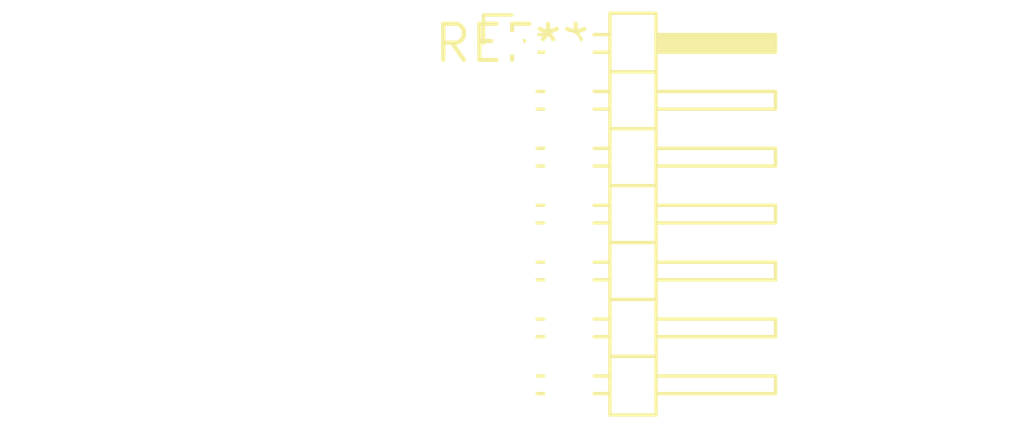
<source format=kicad_pcb>
(kicad_pcb (version 20240108) (generator pcbnew)
  (layers (0 "F.Cu" signal) (31 "B.Cu" signal) (34 "B.Paste" user) (35 "F.Paste" user) (36 "B.SilkS" user "B.Silkscreen") (37 "F.SilkS" user "F.Silkscreen") (38 "B.Mask" user) (39 "F.Mask" user) (44 "Edge.Cuts" user))
  (net 0 "")
  (footprint "PinHeader_2x07_P2.00mm_Horizontal" (layer "F.Cu") (at 0 0)
    (property "Reference" "REF**")
    (property "Value" "PinHeader_2x07_P2.00mm_Horizontal")
    (fp_line (start -1 -1) (end 0 -1) (layer "F.SilkS") (stroke (width 0.12)))
    (fp_line (start -1 0) (end -1 -1) (layer "F.SilkS") (stroke (width 0.12)))
    (fp_line (start 0.882114 1.69) (end 1.117886 1.69) (layer "F.SilkS") (stroke (width 0.12)))
    (fp_line (start 0.882114 2.31) (end 1.117886 2.31) (layer "F.SilkS") (stroke (width 0.12)))
    (fp_line (start 0.882114 3.69) (end 1.117886 3.69) (layer "F.SilkS") (stroke (width 0.12)))
    (fp_line (start 0.882114 4.31) (end 1.117886 4.31) (layer "F.SilkS") (stroke (width 0.12)))
    (fp_line (start 0.882114 5.69) (end 1.117886 5.69) (layer "F.SilkS") (stroke (width 0.12)))
    (fp_line (start 0.882114 6.31) (end 1.117886 6.31) (layer "F.SilkS") (stroke (width 0.12)))
    (fp_line (start 0.882114 7.69) (end 1.117886 7.69) (layer "F.SilkS") (stroke (width 0.12)))
    (fp_line (start 0.882114 8.31) (end 1.117886 8.31) (layer "F.SilkS") (stroke (width 0.12)))
    (fp_line (start 0.882114 9.69) (end 1.117886 9.69) (layer "F.SilkS") (stroke (width 0.12)))
    (fp_line (start 0.882114 10.31) (end 1.117886 10.31) (layer "F.SilkS") (stroke (width 0.12)))
    (fp_line (start 0.882114 11.69) (end 1.117886 11.69) (layer "F.SilkS") (stroke (width 0.12)))
    (fp_line (start 0.882114 12.31) (end 1.117886 12.31) (layer "F.SilkS") (stroke (width 0.12)))
    (fp_line (start 0.935 -0.31) (end 1.117886 -0.31) (layer "F.SilkS") (stroke (width 0.12)))
    (fp_line (start 0.935 0.31) (end 1.117886 0.31) (layer "F.SilkS") (stroke (width 0.12)))
    (fp_line (start 2.882114 -0.31) (end 3.44 -0.31) (layer "F.SilkS") (stroke (width 0.12)))
    (fp_line (start 2.882114 0.31) (end 3.44 0.31) (layer "F.SilkS") (stroke (width 0.12)))
    (fp_line (start 2.882114 1.69) (end 3.44 1.69) (layer "F.SilkS") (stroke (width 0.12)))
    (fp_line (start 2.882114 2.31) (end 3.44 2.31) (layer "F.SilkS") (stroke (width 0.12)))
    (fp_line (start 2.882114 3.69) (end 3.44 3.69) (layer "F.SilkS") (stroke (width 0.12)))
    (fp_line (start 2.882114 4.31) (end 3.44 4.31) (layer "F.SilkS") (stroke (width 0.12)))
    (fp_line (start 2.882114 5.69) (end 3.44 5.69) (layer "F.SilkS") (stroke (width 0.12)))
    (fp_line (start 2.882114 6.31) (end 3.44 6.31) (layer "F.SilkS") (stroke (width 0.12)))
    (fp_line (start 2.882114 7.69) (end 3.44 7.69) (layer "F.SilkS") (stroke (width 0.12)))
    (fp_line (start 2.882114 8.31) (end 3.44 8.31) (layer "F.SilkS") (stroke (width 0.12)))
    (fp_line (start 2.882114 9.69) (end 3.44 9.69) (layer "F.SilkS") (stroke (width 0.12)))
    (fp_line (start 2.882114 10.31) (end 3.44 10.31) (layer "F.SilkS") (stroke (width 0.12)))
    (fp_line (start 2.882114 11.69) (end 3.44 11.69) (layer "F.SilkS") (stroke (width 0.12)))
    (fp_line (start 2.882114 12.31) (end 3.44 12.31) (layer "F.SilkS") (stroke (width 0.12)))
    (fp_line (start 3.44 -1.06) (end 3.44 13.06) (layer "F.SilkS") (stroke (width 0.12)))
    (fp_line (start 3.44 1) (end 5.06 1) (layer "F.SilkS") (stroke (width 0.12)))
    (fp_line (start 3.44 3) (end 5.06 3) (layer "F.SilkS") (stroke (width 0.12)))
    (fp_line (start 3.44 5) (end 5.06 5) (layer "F.SilkS") (stroke (width 0.12)))
    (fp_line (start 3.44 7) (end 5.06 7) (layer "F.SilkS") (stroke (width 0.12)))
    (fp_line (start 3.44 9) (end 5.06 9) (layer "F.SilkS") (stroke (width 0.12)))
    (fp_line (start 3.44 11) (end 5.06 11) (layer "F.SilkS") (stroke (width 0.12)))
    (fp_line (start 3.44 13.06) (end 5.06 13.06) (layer "F.SilkS") (stroke (width 0.12)))
    (fp_line (start 5.06 -1.06) (end 3.44 -1.06) (layer "F.SilkS") (stroke (width 0.12)))
    (fp_line (start 5.06 -0.31) (end 9.26 -0.31) (layer "F.SilkS") (stroke (width 0.12)))
    (fp_line (start 5.06 -0.25) (end 9.26 -0.25) (layer "F.SilkS") (stroke (width 0.12)))
    (fp_line (start 5.06 -0.13) (end 9.26 -0.13) (layer "F.SilkS") (stroke (width 0.12)))
    (fp_line (start 5.06 -0.01) (end 9.26 -0.01) (layer "F.SilkS") (stroke (width 0.12)))
    (fp_line (start 5.06 0.11) (end 9.26 0.11) (layer "F.SilkS") (stroke (width 0.12)))
    (fp_line (start 5.06 0.23) (end 9.26 0.23) (layer "F.SilkS") (stroke (width 0.12)))
    (fp_line (start 5.06 1.69) (end 9.26 1.69) (layer "F.SilkS") (stroke (width 0.12)))
    (fp_line (start 5.06 3.69) (end 9.26 3.69) (layer "F.SilkS") (stroke (width 0.12)))
    (fp_line (start 5.06 5.69) (end 9.26 5.69) (layer "F.SilkS") (stroke (width 0.12)))
    (fp_line (start 5.06 7.69) (end 9.26 7.69) (layer "F.SilkS") (stroke (width 0.12)))
    (fp_line (start 5.06 9.69) (end 9.26 9.69) (layer "F.SilkS") (stroke (width 0.12)))
    (fp_line (start 5.06 11.69) (end 9.26 11.69) (layer "F.SilkS") (stroke (width 0.12)))
    (fp_line (start 5.06 13.06) (end 5.06 -1.06) (layer "F.SilkS") (stroke (width 0.12)))
    (fp_line (start 9.26 -0.31) (end 9.26 0.31) (layer "F.SilkS") (stroke (width 0.12)))
    (fp_line (start 9.26 0.31) (end 5.06 0.31) (layer "F.SilkS") (stroke (width 0.12)))
    (fp_line (start 9.26 1.69) (end 9.26 2.31) (layer "F.SilkS") (stroke (width 0.12)))
    (fp_line (start 9.26 2.31) (end 5.06 2.31) (layer "F.SilkS") (stroke (width 0.12)))
    (fp_line (start 9.26 3.69) (end 9.26 4.31) (layer "F.SilkS") (stroke (width 0.12)))
    (fp_line (start 9.26 4.31) (end 5.06 4.31) (layer "F.SilkS") (stroke (width 0.12)))
    (fp_line (start 9.26 5.69) (end 9.26 6.31) (layer "F.SilkS") (stroke (width 0.12)))
    (fp_line (start 9.26 6.31) (end 5.06 6.31) (layer "F.SilkS") (stroke (width 0.12)))
    (fp_line (start 9.26 7.69) (end 9.26 8.31) (layer "F.SilkS") (stroke (width 0.12)))
    (fp_line (start 9.26 8.31) (end 5.06 8.31) (layer "F.SilkS") (stroke (width 0.12)))
    (fp_line (start 9.26 9.69) (end 9.26 10.31) (layer "F.SilkS") (stroke (width 0.12)))
    (fp_line (start 9.26 10.31) (end 5.06 10.31) (layer "F.SilkS") (stroke (width 0.12)))
    (fp_line (start 9.26 11.69) (end 9.26 12.31) (layer "F.SilkS") (stroke (width 0.12)))
    (fp_line (start 9.26 12.31) (end 5.06 12.31) (layer "F.SilkS") (stroke (width 0.12)))
    (pad "1" thru_hole rect (at 0 0) (size 1.35 1.35) (drill 0.8) (layers *.Cu *.Mask) (remove_unused_layers))
    (pad "2" thru_hole oval (at 2 0) (size 1.35 1.35) (drill 0.8) (layers *.Cu *.Mask) (remove_unused_layers))
    (pad "3" thru_hole oval (at 0 2) (size 1.35 1.35) (drill 0.8) (layers *.Cu *.Mask) (remove_unused_layers))
    (pad "4" thru_hole oval (at 2 2) (size 1.35 1.35) (drill 0.8) (layers *.Cu *.Mask) (remove_unused_layers))
    (pad "5" thru_hole oval (at 0 4) (size 1.35 1.35) (drill 0.8) (layers *.Cu *.Mask) (remove_unused_layers))
    (pad "6" thru_hole oval (at 2 4) (size 1.35 1.35) (drill 0.8) (layers *.Cu *.Mask) (remove_unused_layers))
    (pad "7" thru_hole oval (at 0 6) (size 1.35 1.35) (drill 0.8) (layers *.Cu *.Mask) (remove_unused_layers))
    (pad "8" thru_hole oval (at 2 6) (size 1.35 1.35) (drill 0.8) (layers *.Cu *.Mask) (remove_unused_layers))
    (pad "9" thru_hole oval (at 0 8) (size 1.35 1.35) (drill 0.8) (layers *.Cu *.Mask) (remove_unused_layers))
    (pad "10" thru_hole oval (at 2 8) (size 1.35 1.35) (drill 0.8) (layers *.Cu *.Mask) (remove_unused_layers))
    (pad "11" thru_hole oval (at 0 10) (size 1.35 1.35) (drill 0.8) (layers *.Cu *.Mask) (remove_unused_layers))
    (pad "12" thru_hole oval (at 2 10) (size 1.35 1.35) (drill 0.8) (layers *.Cu *.Mask) (remove_unused_layers))
    (pad "13" thru_hole oval (at 0 12) (size 1.35 1.35) (drill 0.8) (layers *.Cu *.Mask) (remove_unused_layers))
    (pad "14" thru_hole oval (at 2 12) (size 1.35 1.35) (drill 0.8) (layers *.Cu *.Mask) (remove_unused_layers))
  )
)
</source>
